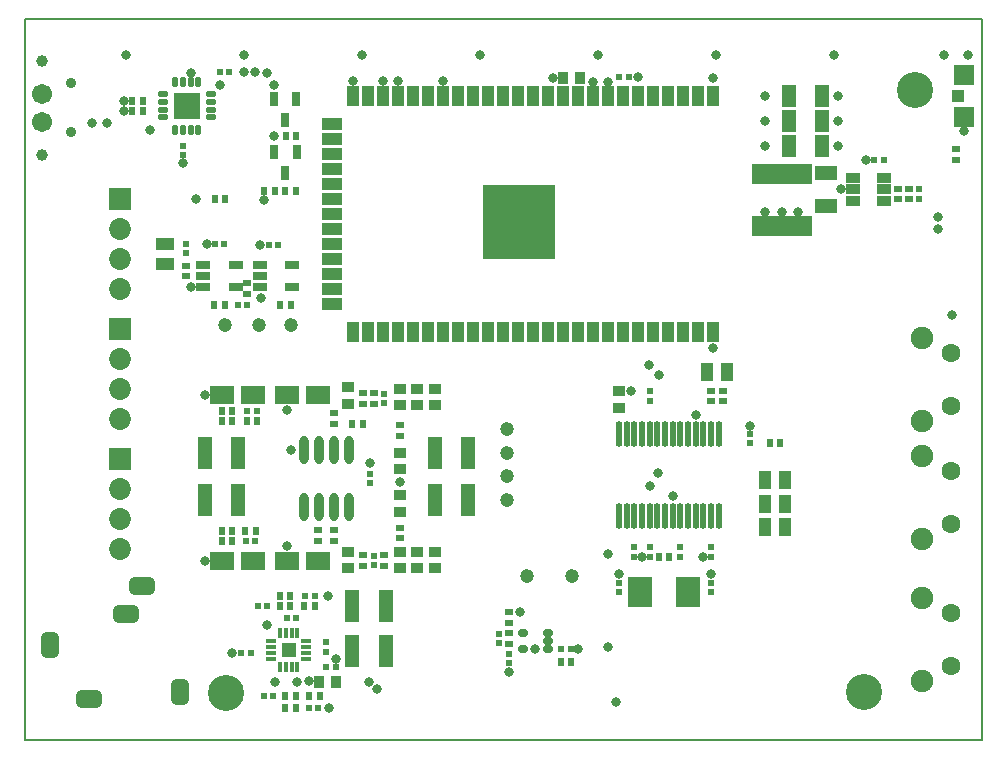
<source format=gts>
G04*
G04 #@! TF.GenerationSoftware,Altium Limited,Altium Designer,19.0.14 (431)*
G04*
G04 Layer_Color=8388736*
%FSLAX44Y44*%
%MOMM*%
G71*
G01*
G75*
%ADD14C,0.2000*%
%ADD36R,0.8128X0.3048*%
%ADD37R,0.3048X0.8128*%
%ADD44R,1.2954X2.6924*%
%ADD49C,3.0480*%
%ADD50R,1.1032X1.1032*%
%ADD51R,1.7032X1.7032*%
%ADD52R,0.6200X0.6200*%
%ADD53R,0.6200X0.6200*%
%ADD54R,0.5500X0.6500*%
%ADD55C,1.1938*%
%ADD56R,1.2032X0.8032*%
%ADD57R,0.9032X1.1032*%
%ADD58R,1.0532X1.5032*%
%ADD59R,1.1032X0.9032*%
%ADD60R,0.6500X0.5500*%
%ADD61O,0.5500X2.2000*%
%ADD62R,1.5032X1.0532*%
%ADD63R,1.1532X1.9032*%
%ADD64R,1.2032X0.9032*%
%ADD65R,0.8032X1.3032*%
%ADD66R,1.9032X1.1532*%
%ADD67R,5.1032X1.7532*%
%ADD68R,1.2446X1.2446*%
%ADD69R,2.0032X1.5032*%
%ADD70R,2.3032X2.3032*%
%ADD71O,0.9532X0.5032*%
%ADD72O,0.5032X0.9532*%
G04:AMPARAMS|DCode=73|XSize=0.6032mm|YSize=0.8532mm|CornerRadius=0.1516mm|HoleSize=0mm|Usage=FLASHONLY|Rotation=270.000|XOffset=0mm|YOffset=0mm|HoleType=Round|Shape=RoundedRectangle|*
%AMROUNDEDRECTD73*
21,1,0.6032,0.5500,0,0,270.0*
21,1,0.3000,0.8532,0,0,270.0*
1,1,0.3032,-0.2750,-0.1500*
1,1,0.3032,-0.2750,0.1500*
1,1,0.3032,0.2750,0.1500*
1,1,0.3032,0.2750,-0.1500*
%
%ADD73ROUNDEDRECTD73*%
%ADD74R,2.1032X2.6032*%
%ADD75O,0.8032X2.4032*%
%ADD76R,1.0632X1.7032*%
%ADD77R,1.7032X1.0632*%
%ADD78R,6.1622X6.2442*%
%ADD79C,0.9032*%
%ADD80C,1.8532*%
%ADD81R,1.8532X1.8532*%
G04:AMPARAMS|DCode=82|XSize=2.2032mm|YSize=1.5032mm|CornerRadius=0.4266mm|HoleSize=0mm|Usage=FLASHONLY|Rotation=180.000|XOffset=0mm|YOffset=0mm|HoleType=Round|Shape=RoundedRectangle|*
%AMROUNDEDRECTD82*
21,1,2.2032,0.6500,0,0,180.0*
21,1,1.3500,1.5032,0,0,180.0*
1,1,0.8532,-0.6750,0.3250*
1,1,0.8532,0.6750,0.3250*
1,1,0.8532,0.6750,-0.3250*
1,1,0.8532,-0.6750,-0.3250*
%
%ADD82ROUNDEDRECTD82*%
G04:AMPARAMS|DCode=83|XSize=2.2032mm|YSize=1.5032mm|CornerRadius=0.4266mm|HoleSize=0mm|Usage=FLASHONLY|Rotation=90.000|XOffset=0mm|YOffset=0mm|HoleType=Round|Shape=RoundedRectangle|*
%AMROUNDEDRECTD83*
21,1,2.2032,0.6500,0,0,90.0*
21,1,1.3500,1.5032,0,0,90.0*
1,1,0.8532,0.3250,0.6750*
1,1,0.8532,0.3250,-0.6750*
1,1,0.8532,-0.3250,-0.6750*
1,1,0.8532,-0.3250,0.6750*
%
%ADD83ROUNDEDRECTD83*%
%ADD84C,1.9032*%
%ADD85C,1.6032*%
%ADD86C,0.8032*%
%ADD87C,1.0032*%
%ADD88C,1.7032*%
D14*
X0Y0D02*
X810000D01*
X0D02*
X0Y610000D01*
X810000D01*
Y0D02*
Y610000D01*
D36*
X237478Y68500D02*
D03*
Y73500D02*
D03*
Y78500D02*
D03*
Y83500D02*
D03*
X208522D02*
D03*
Y78500D02*
D03*
Y73500D02*
D03*
Y68500D02*
D03*
D37*
X230500Y90478D02*
D03*
X225500D02*
D03*
X220500D02*
D03*
X215500D02*
D03*
Y61522D02*
D03*
X220500D02*
D03*
X225500D02*
D03*
X230500D02*
D03*
D44*
X276903Y75478D02*
D03*
X305097D02*
D03*
X276903Y113478D02*
D03*
X305097D02*
D03*
X375097Y243000D02*
D03*
X346903D02*
D03*
X180097D02*
D03*
X151903D02*
D03*
X375097Y203000D02*
D03*
X346903D02*
D03*
X180097D02*
D03*
X151903D02*
D03*
D49*
X710009Y40088D02*
D03*
X753009Y550088D02*
D03*
X170088Y39991D02*
D03*
D50*
X789500Y545000D02*
D03*
D51*
X795000Y527500D02*
D03*
Y562500D02*
D03*
D52*
X255000Y74500D02*
D03*
Y82500D02*
D03*
X292000Y217000D02*
D03*
Y225000D02*
D03*
X529000Y295000D02*
D03*
Y287000D02*
D03*
X580750Y155000D02*
D03*
Y163000D02*
D03*
X554750Y155000D02*
D03*
Y163000D02*
D03*
X528750Y155000D02*
D03*
Y163000D02*
D03*
X515750Y155000D02*
D03*
Y163000D02*
D03*
X136500Y411757D02*
D03*
Y419757D02*
D03*
X757000Y466000D02*
D03*
Y458000D02*
D03*
X133500Y503000D02*
D03*
Y495000D02*
D03*
X503000Y125000D02*
D03*
Y133000D02*
D03*
X580750Y125000D02*
D03*
Y133000D02*
D03*
X410000Y73000D02*
D03*
Y65000D02*
D03*
X614000Y251000D02*
D03*
Y259000D02*
D03*
X401000Y81500D02*
D03*
Y89500D02*
D03*
X295000Y155672D02*
D03*
Y147672D02*
D03*
X304000Y285000D02*
D03*
Y293000D02*
D03*
D53*
X229500Y103000D02*
D03*
X221500D02*
D03*
X511000Y561000D02*
D03*
X503000D02*
D03*
X255000Y61522D02*
D03*
X263000D02*
D03*
X183000Y73500D02*
D03*
X191000D02*
D03*
X188100Y368000D02*
D03*
X180100D02*
D03*
X206197Y419250D02*
D03*
X214197D02*
D03*
X160500Y420000D02*
D03*
X168500D02*
D03*
X719000Y491000D02*
D03*
X727000D02*
D03*
X173000Y565000D02*
D03*
X165000D02*
D03*
X237000Y122000D02*
D03*
X245000D02*
D03*
X197000Y113000D02*
D03*
X205000D02*
D03*
X240350Y27000D02*
D03*
X248350D02*
D03*
X201850Y37000D02*
D03*
X209850D02*
D03*
X454000Y77000D02*
D03*
X462000D02*
D03*
X195000Y168000D02*
D03*
X187000D02*
D03*
X196000Y278000D02*
D03*
X188000D02*
D03*
D54*
X169500Y457700D02*
D03*
X160500D02*
D03*
X639500Y251000D02*
D03*
X630500D02*
D03*
X225000Y368000D02*
D03*
X216000D02*
D03*
X169000D02*
D03*
X160000D02*
D03*
X90500Y532500D02*
D03*
X99500D02*
D03*
X90500Y541000D02*
D03*
X99500D02*
D03*
X211478Y465000D02*
D03*
X202478D02*
D03*
X229500Y511000D02*
D03*
X220500D02*
D03*
X229000Y465000D02*
D03*
X220000D02*
D03*
X215500Y113000D02*
D03*
X224500D02*
D03*
X236500D02*
D03*
X245500D02*
D03*
X215500Y122000D02*
D03*
X224500D02*
D03*
X220350Y37000D02*
D03*
X229350D02*
D03*
X240350D02*
D03*
X249350D02*
D03*
X220350Y27000D02*
D03*
X229350D02*
D03*
X536500Y154900D02*
D03*
X545500D02*
D03*
X462500Y66000D02*
D03*
X453500D02*
D03*
X166500Y269950D02*
D03*
X175500D02*
D03*
X175500Y278000D02*
D03*
X166500D02*
D03*
X166500Y177000D02*
D03*
X175500D02*
D03*
X175500Y168000D02*
D03*
X166500D02*
D03*
X277000Y267622D02*
D03*
X286000D02*
D03*
X186500Y177000D02*
D03*
X195500D02*
D03*
X187500Y269950D02*
D03*
X196500D02*
D03*
D55*
X225250Y351000D02*
D03*
X169000D02*
D03*
X198000D02*
D03*
X408000Y203000D02*
D03*
Y243000D02*
D03*
X425000Y138400D02*
D03*
X408000Y223000D02*
D03*
X463000Y138400D02*
D03*
X408000Y263000D02*
D03*
D56*
X198750Y402000D02*
D03*
Y392500D02*
D03*
Y383000D02*
D03*
X226250D02*
D03*
Y402000D02*
D03*
X150750D02*
D03*
Y392500D02*
D03*
Y383000D02*
D03*
X178250D02*
D03*
Y402000D02*
D03*
D57*
X455400Y560000D02*
D03*
X469400D02*
D03*
X249000Y49000D02*
D03*
X263000D02*
D03*
D58*
X626500Y180000D02*
D03*
X643500D02*
D03*
X626500Y200000D02*
D03*
X643500D02*
D03*
X626500Y220000D02*
D03*
X643500D02*
D03*
X577500Y311350D02*
D03*
X594500D02*
D03*
D59*
X502750Y295000D02*
D03*
Y281000D02*
D03*
X317000Y193000D02*
D03*
Y207000D02*
D03*
X273000Y145000D02*
D03*
Y159000D02*
D03*
X317000Y243000D02*
D03*
Y229000D02*
D03*
X273000Y298500D02*
D03*
Y284500D02*
D03*
X347000Y283000D02*
D03*
Y297000D02*
D03*
X332000Y283000D02*
D03*
Y297000D02*
D03*
X317000Y283000D02*
D03*
Y297000D02*
D03*
X347000Y159000D02*
D03*
Y145000D02*
D03*
X332000Y159000D02*
D03*
Y145000D02*
D03*
X317000Y159000D02*
D03*
Y145000D02*
D03*
D60*
X591000Y295500D02*
D03*
Y286500D02*
D03*
X581000Y295500D02*
D03*
Y286500D02*
D03*
X188100Y386500D02*
D03*
Y377500D02*
D03*
X136500Y392500D02*
D03*
Y401500D02*
D03*
X788250Y500000D02*
D03*
Y491000D02*
D03*
X739000Y457500D02*
D03*
Y466500D02*
D03*
X748000Y466500D02*
D03*
Y457500D02*
D03*
X410000Y99000D02*
D03*
Y108000D02*
D03*
Y81000D02*
D03*
Y90000D02*
D03*
X317000Y179500D02*
D03*
Y170500D02*
D03*
X261350Y177500D02*
D03*
Y168500D02*
D03*
X317000Y257500D02*
D03*
Y266500D02*
D03*
X304000Y156122D02*
D03*
Y147122D02*
D03*
X248350Y177500D02*
D03*
Y168500D02*
D03*
X295000Y284500D02*
D03*
Y293500D02*
D03*
X261350Y267500D02*
D03*
Y276500D02*
D03*
X286000Y147172D02*
D03*
Y156172D02*
D03*
Y293500D02*
D03*
Y284500D02*
D03*
D61*
X502750Y189500D02*
D03*
X509250D02*
D03*
X515750D02*
D03*
X522250D02*
D03*
X528750D02*
D03*
X535250D02*
D03*
X541750D02*
D03*
X548250D02*
D03*
X554750D02*
D03*
X561250D02*
D03*
X567750D02*
D03*
X574250D02*
D03*
X580750D02*
D03*
X587250D02*
D03*
X502750Y258500D02*
D03*
X509250D02*
D03*
X515750D02*
D03*
X522250D02*
D03*
X528750D02*
D03*
X535250D02*
D03*
X541750D02*
D03*
X548250D02*
D03*
X554750D02*
D03*
X561250D02*
D03*
X567750D02*
D03*
X574250D02*
D03*
X580750D02*
D03*
X587250D02*
D03*
D62*
X118000Y419500D02*
D03*
Y402500D02*
D03*
D63*
X647000Y503000D02*
D03*
X675000D02*
D03*
X647000Y524000D02*
D03*
X675000D02*
D03*
X647000Y544900D02*
D03*
X675000D02*
D03*
D64*
X727000Y475500D02*
D03*
Y466000D02*
D03*
Y456500D02*
D03*
X701000D02*
D03*
Y466000D02*
D03*
Y475500D02*
D03*
D65*
X229850Y498000D02*
D03*
X210850D02*
D03*
X220350Y480000D02*
D03*
X229500Y542500D02*
D03*
X210500D02*
D03*
X220000Y524500D02*
D03*
D66*
X678000Y452000D02*
D03*
Y480000D02*
D03*
D67*
X641000Y479250D02*
D03*
Y434750D02*
D03*
D68*
X223000Y76000D02*
D03*
D69*
X167000Y151000D02*
D03*
X193000D02*
D03*
X222000D02*
D03*
X248000D02*
D03*
X167000Y292000D02*
D03*
X193000D02*
D03*
X222000D02*
D03*
X248000D02*
D03*
D70*
X136750Y536750D02*
D03*
D71*
X157000Y546500D02*
D03*
Y540000D02*
D03*
Y533500D02*
D03*
Y527000D02*
D03*
X116500D02*
D03*
Y533500D02*
D03*
Y540000D02*
D03*
Y546500D02*
D03*
D72*
X146500Y516500D02*
D03*
X140000D02*
D03*
X133500D02*
D03*
X127000D02*
D03*
Y557000D02*
D03*
X133500D02*
D03*
X140000D02*
D03*
X146500D02*
D03*
D73*
X442250Y77100D02*
D03*
Y83600D02*
D03*
Y90100D02*
D03*
X421750D02*
D03*
Y77100D02*
D03*
D74*
X520500Y125000D02*
D03*
X561500D02*
D03*
D75*
X274050Y245000D02*
D03*
X261350D02*
D03*
X248650D02*
D03*
X235950D02*
D03*
X274050Y197000D02*
D03*
X261350D02*
D03*
X248650D02*
D03*
X235950D02*
D03*
D76*
X582400Y544900D02*
D03*
X569700Y545000D02*
D03*
X557000D02*
D03*
X544300D02*
D03*
X531600D02*
D03*
X518900D02*
D03*
X506200D02*
D03*
X493500D02*
D03*
X480800D02*
D03*
X468100D02*
D03*
X455400D02*
D03*
X442700D02*
D03*
X430000D02*
D03*
X417300D02*
D03*
X404600D02*
D03*
X391900D02*
D03*
X379200D02*
D03*
X366500D02*
D03*
X353800D02*
D03*
X341100D02*
D03*
X328400D02*
D03*
X315700D02*
D03*
X303000D02*
D03*
X290300D02*
D03*
X277600D02*
D03*
Y344900D02*
D03*
X290300D02*
D03*
X303000D02*
D03*
X315700D02*
D03*
X328400D02*
D03*
X341100D02*
D03*
X353800D02*
D03*
X366500D02*
D03*
X379200D02*
D03*
X391900D02*
D03*
X404600D02*
D03*
X417300D02*
D03*
X430000D02*
D03*
X442700D02*
D03*
X455400D02*
D03*
X468100D02*
D03*
X480800D02*
D03*
X493500D02*
D03*
X506200D02*
D03*
X518900D02*
D03*
X531600D02*
D03*
X544300D02*
D03*
X557000D02*
D03*
X569700D02*
D03*
X582400D02*
D03*
D77*
X260100Y368800D02*
D03*
Y381500D02*
D03*
Y394200D02*
D03*
Y406900D02*
D03*
Y419600D02*
D03*
Y432300D02*
D03*
Y445000D02*
D03*
Y457700D02*
D03*
Y470400D02*
D03*
Y483100D02*
D03*
Y495800D02*
D03*
Y508500D02*
D03*
Y521200D02*
D03*
D78*
X418258Y438686D02*
D03*
D79*
X39000Y514250D02*
D03*
Y555750D02*
D03*
D80*
X80400Y432700D02*
D03*
Y407300D02*
D03*
Y381900D02*
D03*
Y212700D02*
D03*
Y187300D02*
D03*
Y161900D02*
D03*
Y271900D02*
D03*
Y297300D02*
D03*
Y322700D02*
D03*
D81*
Y458100D02*
D03*
Y238100D02*
D03*
Y348100D02*
D03*
D82*
X99000Y130500D02*
D03*
X85000Y106500D02*
D03*
X54000Y34500D02*
D03*
D83*
X131000Y40000D02*
D03*
X21000Y80000D02*
D03*
D84*
X759000Y120050D02*
D03*
Y49950D02*
D03*
Y240050D02*
D03*
Y169950D02*
D03*
Y340050D02*
D03*
Y269950D02*
D03*
D85*
X783900Y107450D02*
D03*
Y62550D02*
D03*
Y227450D02*
D03*
Y182550D02*
D03*
Y327450D02*
D03*
Y282550D02*
D03*
D86*
X795000Y515000D02*
D03*
X133500Y488000D02*
D03*
X165250Y554000D02*
D03*
X195000Y565000D02*
D03*
X106000Y516500D02*
D03*
X140000Y564902D02*
D03*
X185000Y565000D02*
D03*
X84000Y532500D02*
D03*
Y541000D02*
D03*
X57000Y522000D02*
D03*
X69220D02*
D03*
X198000Y351000D02*
D03*
X298000Y42695D02*
D03*
X240350Y49350D02*
D03*
X685000Y580000D02*
D03*
X585000D02*
D03*
X485000D02*
D03*
X385000D02*
D03*
X285000D02*
D03*
X185000D02*
D03*
X85000D02*
D03*
X205000Y97000D02*
D03*
X408000Y263000D02*
D03*
X518800Y561000D02*
D03*
X205000Y564902D02*
D03*
X447000Y560000D02*
D03*
X480800Y556750D02*
D03*
X493250D02*
D03*
X773000Y432300D02*
D03*
Y443000D02*
D03*
X688000Y503000D02*
D03*
Y524000D02*
D03*
Y544900D02*
D03*
X626500Y447000D02*
D03*
X654000D02*
D03*
X641000D02*
D03*
X691000Y466000D02*
D03*
X712000Y491000D02*
D03*
X626500Y503000D02*
D03*
Y524000D02*
D03*
X626500Y544900D02*
D03*
X291000Y49000D02*
D03*
X493500Y157000D02*
D03*
X528750Y215250D02*
D03*
X528000Y317000D02*
D03*
X493500Y78500D02*
D03*
X536000Y226000D02*
D03*
X536500Y309000D02*
D03*
X513000Y295000D02*
D03*
X145000Y457700D02*
D03*
X614000Y266000D02*
D03*
X785000Y360000D02*
D03*
X468000Y77000D02*
D03*
X548250Y206750D02*
D03*
X175500Y73500D02*
D03*
X257000Y27000D02*
D03*
X230500Y49000D02*
D03*
X152000Y292000D02*
D03*
X199610Y374000D02*
D03*
X154000Y420000D02*
D03*
X140000Y383000D02*
D03*
X581000Y140000D02*
D03*
X503000D02*
D03*
X574250Y155000D02*
D03*
X522000Y154900D02*
D03*
X567750Y274771D02*
D03*
X353800Y557925D02*
D03*
X315700Y558000D02*
D03*
X303000D02*
D03*
X277600Y557925D02*
D03*
X292000Y234000D02*
D03*
X425000Y138400D02*
D03*
X408000Y223000D02*
D03*
X317000Y218000D02*
D03*
X223000Y76000D02*
D03*
X210850Y510850D02*
D03*
X210500Y554000D02*
D03*
X202478Y457000D02*
D03*
X432000Y77100D02*
D03*
X256500Y122000D02*
D03*
X211478Y49000D02*
D03*
X225000Y245000D02*
D03*
X263000Y68000D02*
D03*
X222000Y279000D02*
D03*
X136750Y536750D02*
D03*
X798000Y580000D02*
D03*
X778000D02*
D03*
X582400Y560200D02*
D03*
X419258Y453686D02*
D03*
X434258Y438686D02*
D03*
X419258Y423686D02*
D03*
X404258Y438686D02*
D03*
X419258D02*
D03*
X434258Y453686D02*
D03*
Y423686D02*
D03*
X404258D02*
D03*
Y453686D02*
D03*
X198500Y419250D02*
D03*
X582400Y332000D02*
D03*
X419258Y108000D02*
D03*
X500000Y32000D02*
D03*
X410000Y57000D02*
D03*
X222000Y164000D02*
D03*
X152000Y151622D02*
D03*
D87*
X14500Y575000D02*
D03*
Y495000D02*
D03*
D88*
Y523000D02*
D03*
Y547000D02*
D03*
M02*

</source>
